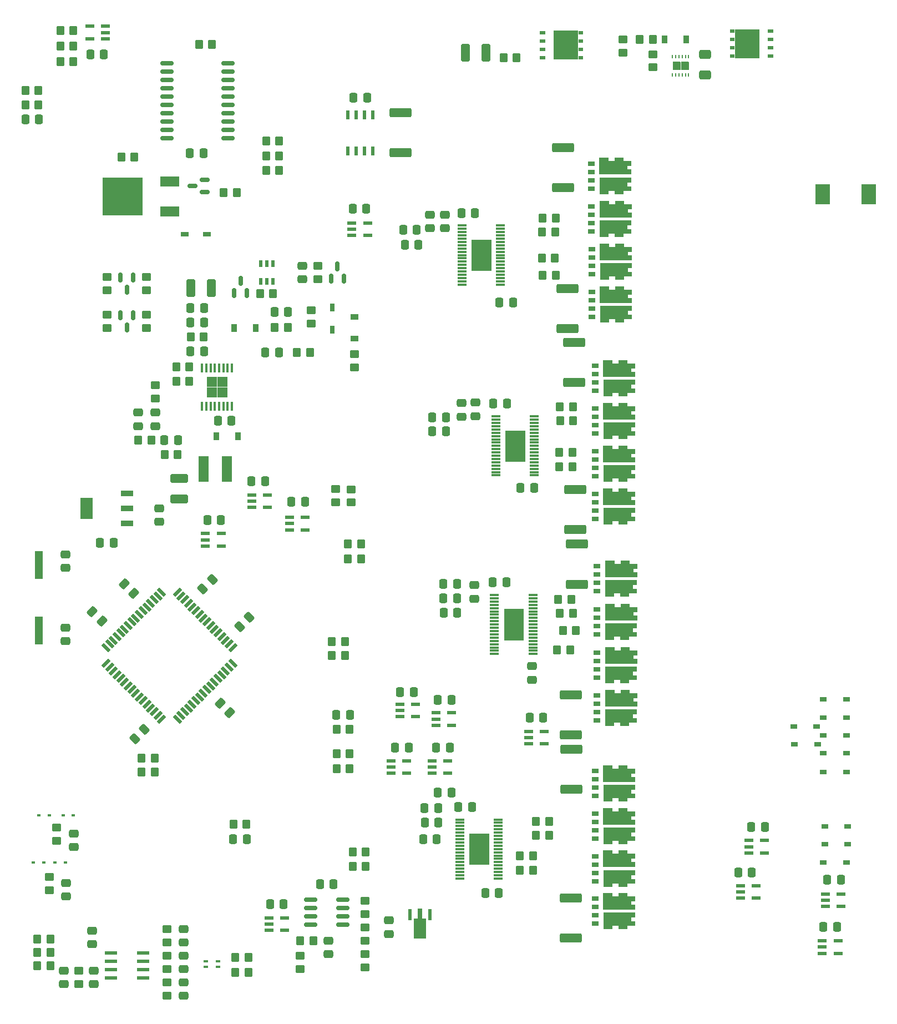
<source format=gbr>
%TF.GenerationSoftware,KiCad,Pcbnew,6.0.6+dfsg-1~bpo11+1*%
%TF.CreationDate,2022-11-12T15:23:50-08:00*%
%TF.ProjectId,BuildboticsController,4275696c-6462-46f7-9469-6373436f6e74,rev?*%
%TF.SameCoordinates,Original*%
%TF.FileFunction,Paste,Top*%
%TF.FilePolarity,Positive*%
%FSLAX46Y46*%
G04 Gerber Fmt 4.6, Leading zero omitted, Abs format (unit mm)*
G04 Created by KiCad (PCBNEW 6.0.6+dfsg-1~bpo11+1) date 2022-11-12 15:23:50*
%MOMM*%
%LPD*%
G01*
G04 APERTURE LIST*
G04 Aperture macros list*
%AMRoundRect*
0 Rectangle with rounded corners*
0 $1 Rounding radius*
0 $2 $3 $4 $5 $6 $7 $8 $9 X,Y pos of 4 corners*
0 Add a 4 corners polygon primitive as box body*
4,1,4,$2,$3,$4,$5,$6,$7,$8,$9,$2,$3,0*
0 Add four circle primitives for the rounded corners*
1,1,$1+$1,$2,$3*
1,1,$1+$1,$4,$5*
1,1,$1+$1,$6,$7*
1,1,$1+$1,$8,$9*
0 Add four rect primitives between the rounded corners*
20,1,$1+$1,$2,$3,$4,$5,0*
20,1,$1+$1,$4,$5,$6,$7,0*
20,1,$1+$1,$6,$7,$8,$9,0*
20,1,$1+$1,$8,$9,$2,$3,0*%
%AMRotRect*
0 Rectangle, with rotation*
0 The origin of the aperture is its center*
0 $1 length*
0 $2 width*
0 $3 Rotation angle, in degrees counterclockwise*
0 Add horizontal line*
21,1,$1,$2,0,0,$3*%
%AMFreePoly0*
4,1,15,-0.537500,2.140000,0.042499,2.140000,0.042499,2.700000,0.792500,2.700000,0.792500,1.560000,1.287500,1.560000,1.287500,0.160000,0.792500,0.160000,0.792500,-0.740000,1.287500,-0.740000,1.287500,-2.140000,-1.287500,-2.140000,-1.287500,2.700000,-0.537500,2.700000,-0.537500,2.140000,-0.537500,2.140000,$1*%
%AMFreePoly1*
4,1,15,-0.289999,1.860000,0.290000,1.860000,0.290000,2.420000,1.040000,2.420000,1.040000,-2.420000,-1.535000,-2.420000,-1.535000,-1.020000,-1.040000,-1.020000,-1.040000,-0.120000,-1.535000,-0.120000,-1.535000,1.280000,-1.040000,1.280000,-1.040000,2.420000,-0.289999,2.420000,-0.289999,1.860000,-0.289999,1.860000,$1*%
G04 Aperture macros list end*
%ADD10C,0.100000*%
%ADD11R,0.850000X0.500000*%
%ADD12R,0.800000X0.600000*%
%ADD13R,3.750000X4.410000*%
%ADD14RoundRect,0.250000X0.337500X0.475000X-0.337500X0.475000X-0.337500X-0.475000X0.337500X-0.475000X0*%
%ADD15R,1.473200X0.558800*%
%ADD16R,1.117600X0.762000*%
%ADD17RoundRect,0.250000X-0.350000X-0.450000X0.350000X-0.450000X0.350000X0.450000X-0.350000X0.450000X0*%
%ADD18RoundRect,0.249999X-1.425001X0.450001X-1.425001X-0.450001X1.425001X-0.450001X1.425001X0.450001X0*%
%ADD19R,0.580000X1.730000*%
%ADD20R,0.760000X1.500000*%
%ADD21R,1.933000X3.030000*%
%ADD22RoundRect,0.250000X0.450000X-0.350000X0.450000X0.350000X-0.450000X0.350000X-0.450000X-0.350000X0*%
%ADD23RoundRect,0.250000X-0.450000X0.350000X-0.450000X-0.350000X0.450000X-0.350000X0.450000X0.350000X0*%
%ADD24RoundRect,0.250000X0.475000X-0.337500X0.475000X0.337500X-0.475000X0.337500X-0.475000X-0.337500X0*%
%ADD25R,0.558800X1.003300*%
%ADD26RoundRect,0.250000X-0.475000X0.337500X-0.475000X-0.337500X0.475000X-0.337500X0.475000X0.337500X0*%
%ADD27RoundRect,0.249999X1.425001X-0.450001X1.425001X0.450001X-1.425001X0.450001X-1.425001X-0.450001X0*%
%ADD28R,1.000000X0.750000*%
%ADD29FreePoly0,270.000000*%
%ADD30FreePoly1,270.000000*%
%ADD31RoundRect,0.250000X-0.337500X-0.475000X0.337500X-0.475000X0.337500X0.475000X-0.337500X0.475000X0*%
%ADD32R,1.400000X0.299999*%
%ADD33R,0.249999X0.619999*%
%ADD34R,0.508000X0.355600*%
%ADD35RoundRect,0.250000X-0.097227X0.574524X-0.574524X0.097227X0.097227X-0.574524X0.574524X-0.097227X0*%
%ADD36R,1.200000X0.900000*%
%ADD37RoundRect,0.250000X0.412500X1.100000X-0.412500X1.100000X-0.412500X-1.100000X0.412500X-1.100000X0*%
%ADD38RoundRect,0.150000X-0.150000X0.587500X-0.150000X-0.587500X0.150000X-0.587500X0.150000X0.587500X0*%
%ADD39R,1.981200X0.558800*%
%ADD40R,0.355600X1.473200*%
%ADD41RoundRect,0.250000X0.350000X0.450000X-0.350000X0.450000X-0.350000X-0.450000X0.350000X-0.450000X0*%
%ADD42RoundRect,0.250000X-1.100000X0.412500X-1.100000X-0.412500X1.100000X-0.412500X1.100000X0.412500X0*%
%ADD43RoundRect,0.150000X0.150000X-0.587500X0.150000X0.587500X-0.150000X0.587500X-0.150000X-0.587500X0*%
%ADD44R,0.533400X1.460500*%
%ADD45RoundRect,0.150000X0.587500X0.150000X-0.587500X0.150000X-0.587500X-0.150000X0.587500X-0.150000X0*%
%ADD46R,1.200000X0.750000*%
%ADD47R,1.850000X0.900000*%
%ADD48R,1.850000X3.200000*%
%ADD49RoundRect,0.250000X0.097227X-0.574524X0.574524X-0.097227X-0.097227X0.574524X-0.574524X0.097227X0*%
%ADD50R,0.750000X0.400000*%
%ADD51R,1.219200X4.318000*%
%ADD52RoundRect,0.250000X-0.574524X-0.097227X-0.097227X-0.574524X0.574524X0.097227X0.097227X0.574524X0*%
%ADD53R,2.999999X1.599999*%
%ADD54R,6.200000X5.800001*%
%ADD55R,2.200000X3.150000*%
%ADD56RoundRect,0.150000X0.875000X0.150000X-0.875000X0.150000X-0.875000X-0.150000X0.875000X-0.150000X0*%
%ADD57RoundRect,0.150000X0.825000X0.150000X-0.825000X0.150000X-0.825000X-0.150000X0.825000X-0.150000X0*%
%ADD58R,0.900000X1.200000*%
%ADD59R,0.750000X1.200000*%
%ADD60RoundRect,0.250000X0.574524X0.097227X0.097227X0.574524X-0.574524X-0.097227X-0.097227X-0.574524X0*%
%ADD61RotRect,1.500000X0.550000X45.000000*%
%ADD62RotRect,1.500000X0.550000X135.000000*%
%ADD63RoundRect,0.250000X-0.650000X0.412500X-0.650000X-0.412500X0.650000X-0.412500X0.650000X0.412500X0*%
%ADD64R,1.500000X4.000000*%
G04 APERTURE END LIST*
%TO.C,U9*%
G36*
X98714986Y-112150835D02*
G01*
X98723147Y-112153312D01*
X98730668Y-112157330D01*
X98737259Y-112162740D01*
X98742669Y-112169332D01*
X98746687Y-112176852D01*
X98749164Y-112185014D01*
X98750000Y-112193500D01*
X98750000Y-116806500D01*
X98749164Y-116814986D01*
X98746687Y-116823148D01*
X98742669Y-116830668D01*
X98737259Y-116837260D01*
X98730668Y-116842670D01*
X98723147Y-116846688D01*
X98714986Y-116849165D01*
X98706500Y-116850000D01*
X95893500Y-116850000D01*
X95885014Y-116849165D01*
X95876853Y-116846688D01*
X95869332Y-116842670D01*
X95862741Y-116837260D01*
X95857331Y-116830668D01*
X95853313Y-116823148D01*
X95850836Y-116814986D01*
X95850000Y-116806500D01*
X95850000Y-112193500D01*
X95850836Y-112185014D01*
X95853313Y-112176852D01*
X95857331Y-112169332D01*
X95862741Y-112162740D01*
X95869332Y-112157330D01*
X95876853Y-112153312D01*
X95885014Y-112150835D01*
X95893500Y-112150000D01*
X98706500Y-112150000D01*
X98714986Y-112150835D01*
G37*
D10*
X98714986Y-112150835D02*
X98723147Y-112153312D01*
X98730668Y-112157330D01*
X98737259Y-112162740D01*
X98742669Y-112169332D01*
X98746687Y-112176852D01*
X98749164Y-112185014D01*
X98750000Y-112193500D01*
X98750000Y-116806500D01*
X98749164Y-116814986D01*
X98746687Y-116823148D01*
X98742669Y-116830668D01*
X98737259Y-116837260D01*
X98730668Y-116842670D01*
X98723147Y-116846688D01*
X98714986Y-116849165D01*
X98706500Y-116850000D01*
X95893500Y-116850000D01*
X95885014Y-116849165D01*
X95876853Y-116846688D01*
X95869332Y-116842670D01*
X95862741Y-116837260D01*
X95857331Y-116830668D01*
X95853313Y-116823148D01*
X95850836Y-116814986D01*
X95850000Y-116806500D01*
X95850000Y-112193500D01*
X95850836Y-112185014D01*
X95853313Y-112176852D01*
X95857331Y-112169332D01*
X95862741Y-112162740D01*
X95869332Y-112157330D01*
X95876853Y-112153312D01*
X95885014Y-112150835D01*
X95893500Y-112150000D01*
X98706500Y-112150000D01*
X98714986Y-112150835D01*
%TO.C,U8*%
G36*
X123950000Y-28695000D02*
G01*
X123950000Y-29805000D01*
X123900000Y-29855000D01*
X122900000Y-29855000D01*
X122850000Y-29805000D01*
X122850000Y-28695000D01*
X122900000Y-28645000D01*
X123900000Y-28645000D01*
X123950000Y-28695000D01*
G37*
X123950000Y-28695000D02*
X123950000Y-29805000D01*
X123900000Y-29855000D01*
X122900000Y-29855000D01*
X122850000Y-29805000D01*
X122850000Y-28695000D01*
X122900000Y-28645000D01*
X123900000Y-28645000D01*
X123950000Y-28695000D01*
G36*
X122650000Y-28695000D02*
G01*
X122650000Y-29805000D01*
X122600000Y-29855000D01*
X121600000Y-29855000D01*
X121550000Y-29805000D01*
X121550000Y-28695000D01*
X121600000Y-28645000D01*
X122600000Y-28645000D01*
X122650000Y-28695000D01*
G37*
X122650000Y-28695000D02*
X122650000Y-29805000D01*
X122600000Y-29855000D01*
X121600000Y-29855000D01*
X121550000Y-29805000D01*
X121550000Y-28695000D01*
X121600000Y-28645000D01*
X122600000Y-28645000D01*
X122650000Y-28695000D01*
%TO.C,U6*%
G36*
X53500200Y-78150000D02*
G01*
X52100000Y-78150000D01*
X52100000Y-76749800D01*
X53500200Y-76749800D01*
X53500200Y-78150000D01*
G37*
X53500200Y-78150000D02*
X52100000Y-78150000D01*
X52100000Y-76749800D01*
X53500200Y-76749800D01*
X53500200Y-78150000D01*
G36*
X53500200Y-79750200D02*
G01*
X52100000Y-79750200D01*
X52100000Y-78350000D01*
X53500200Y-78350000D01*
X53500200Y-79750200D01*
G37*
X53500200Y-79750200D02*
X52100000Y-79750200D01*
X52100000Y-78350000D01*
X53500200Y-78350000D01*
X53500200Y-79750200D01*
G36*
X51900000Y-78150000D02*
G01*
X50499800Y-78150000D01*
X50499800Y-76749800D01*
X51900000Y-76749800D01*
X51900000Y-78150000D01*
G37*
X51900000Y-78150000D02*
X50499800Y-78150000D01*
X50499800Y-76749800D01*
X51900000Y-76749800D01*
X51900000Y-78150000D01*
G36*
X51900000Y-79750200D02*
G01*
X50499800Y-79750200D01*
X50499800Y-78350000D01*
X51900000Y-78350000D01*
X51900000Y-79750200D01*
G37*
X51900000Y-79750200D02*
X50499800Y-79750200D01*
X50499800Y-78350000D01*
X51900000Y-78350000D01*
X51900000Y-79750200D01*
%TO.C,U1*%
G36*
X93414986Y-146400835D02*
G01*
X93423147Y-146403312D01*
X93430668Y-146407330D01*
X93437259Y-146412740D01*
X93442669Y-146419332D01*
X93446687Y-146426852D01*
X93449164Y-146435014D01*
X93450000Y-146443500D01*
X93450000Y-151056500D01*
X93449164Y-151064986D01*
X93446687Y-151073148D01*
X93442669Y-151080668D01*
X93437259Y-151087260D01*
X93430668Y-151092670D01*
X93423147Y-151096688D01*
X93414986Y-151099165D01*
X93406500Y-151100000D01*
X90593500Y-151100000D01*
X90585014Y-151099165D01*
X90576853Y-151096688D01*
X90569332Y-151092670D01*
X90562741Y-151087260D01*
X90557331Y-151080668D01*
X90553313Y-151073148D01*
X90550836Y-151064986D01*
X90550000Y-151056500D01*
X90550000Y-146443500D01*
X90550836Y-146435014D01*
X90553313Y-146426852D01*
X90557331Y-146419332D01*
X90562741Y-146412740D01*
X90569332Y-146407330D01*
X90576853Y-146403312D01*
X90585014Y-146400835D01*
X90593500Y-146400000D01*
X93406500Y-146400000D01*
X93414986Y-146400835D01*
G37*
X93414986Y-146400835D02*
X93423147Y-146403312D01*
X93430668Y-146407330D01*
X93437259Y-146412740D01*
X93442669Y-146419332D01*
X93446687Y-146426852D01*
X93449164Y-146435014D01*
X93450000Y-146443500D01*
X93450000Y-151056500D01*
X93449164Y-151064986D01*
X93446687Y-151073148D01*
X93442669Y-151080668D01*
X93437259Y-151087260D01*
X93430668Y-151092670D01*
X93423147Y-151096688D01*
X93414986Y-151099165D01*
X93406500Y-151100000D01*
X90593500Y-151100000D01*
X90585014Y-151099165D01*
X90576853Y-151096688D01*
X90569332Y-151092670D01*
X90562741Y-151087260D01*
X90557331Y-151080668D01*
X90553313Y-151073148D01*
X90550836Y-151064986D01*
X90550000Y-151056500D01*
X90550000Y-146443500D01*
X90550836Y-146435014D01*
X90553313Y-146426852D01*
X90557331Y-146419332D01*
X90562741Y-146412740D01*
X90569332Y-146407330D01*
X90576853Y-146403312D01*
X90585014Y-146400835D01*
X90593500Y-146400000D01*
X93406500Y-146400000D01*
X93414986Y-146400835D01*
%TO.C,U12*%
G36*
X93744986Y-55790835D02*
G01*
X93753147Y-55793312D01*
X93760668Y-55797330D01*
X93767259Y-55802740D01*
X93772669Y-55809332D01*
X93776687Y-55816852D01*
X93779164Y-55825014D01*
X93780000Y-55833500D01*
X93780000Y-60446500D01*
X93779164Y-60454986D01*
X93776687Y-60463148D01*
X93772669Y-60470668D01*
X93767259Y-60477260D01*
X93760668Y-60482670D01*
X93753147Y-60486688D01*
X93744986Y-60489165D01*
X93736500Y-60490000D01*
X90923500Y-60490000D01*
X90915014Y-60489165D01*
X90906853Y-60486688D01*
X90899332Y-60482670D01*
X90892741Y-60477260D01*
X90887331Y-60470668D01*
X90883313Y-60463148D01*
X90880836Y-60454986D01*
X90880000Y-60446500D01*
X90880000Y-55833500D01*
X90880836Y-55825014D01*
X90883313Y-55816852D01*
X90887331Y-55809332D01*
X90892741Y-55802740D01*
X90899332Y-55797330D01*
X90906853Y-55793312D01*
X90915014Y-55790835D01*
X90923500Y-55790000D01*
X93736500Y-55790000D01*
X93744986Y-55790835D01*
G37*
X93744986Y-55790835D02*
X93753147Y-55793312D01*
X93760668Y-55797330D01*
X93767259Y-55802740D01*
X93772669Y-55809332D01*
X93776687Y-55816852D01*
X93779164Y-55825014D01*
X93780000Y-55833500D01*
X93780000Y-60446500D01*
X93779164Y-60454986D01*
X93776687Y-60463148D01*
X93772669Y-60470668D01*
X93767259Y-60477260D01*
X93760668Y-60482670D01*
X93753147Y-60486688D01*
X93744986Y-60489165D01*
X93736500Y-60490000D01*
X90923500Y-60490000D01*
X90915014Y-60489165D01*
X90906853Y-60486688D01*
X90899332Y-60482670D01*
X90892741Y-60477260D01*
X90887331Y-60470668D01*
X90883313Y-60463148D01*
X90880836Y-60454986D01*
X90880000Y-60446500D01*
X90880000Y-55833500D01*
X90880836Y-55825014D01*
X90883313Y-55816852D01*
X90887331Y-55809332D01*
X90892741Y-55802740D01*
X90899332Y-55797330D01*
X90906853Y-55793312D01*
X90915014Y-55790835D01*
X90923500Y-55790000D01*
X93736500Y-55790000D01*
X93744986Y-55790835D01*
%TO.C,U11*%
G36*
X98914986Y-84900835D02*
G01*
X98923147Y-84903312D01*
X98930668Y-84907330D01*
X98937259Y-84912740D01*
X98942669Y-84919332D01*
X98946687Y-84926852D01*
X98949164Y-84935014D01*
X98950000Y-84943500D01*
X98950000Y-89556500D01*
X98949164Y-89564986D01*
X98946687Y-89573148D01*
X98942669Y-89580668D01*
X98937259Y-89587260D01*
X98930668Y-89592670D01*
X98923147Y-89596688D01*
X98914986Y-89599165D01*
X98906500Y-89600000D01*
X96093500Y-89600000D01*
X96085014Y-89599165D01*
X96076853Y-89596688D01*
X96069332Y-89592670D01*
X96062741Y-89587260D01*
X96057331Y-89580668D01*
X96053313Y-89573148D01*
X96050836Y-89564986D01*
X96050000Y-89556500D01*
X96050000Y-84943500D01*
X96050836Y-84935014D01*
X96053313Y-84926852D01*
X96057331Y-84919332D01*
X96062741Y-84912740D01*
X96069332Y-84907330D01*
X96076853Y-84903312D01*
X96085014Y-84900835D01*
X96093500Y-84900000D01*
X98906500Y-84900000D01*
X98914986Y-84900835D01*
G37*
X98914986Y-84900835D02*
X98923147Y-84903312D01*
X98930668Y-84907330D01*
X98937259Y-84912740D01*
X98942669Y-84919332D01*
X98946687Y-84926852D01*
X98949164Y-84935014D01*
X98950000Y-84943500D01*
X98950000Y-89556500D01*
X98949164Y-89564986D01*
X98946687Y-89573148D01*
X98942669Y-89580668D01*
X98937259Y-89587260D01*
X98930668Y-89592670D01*
X98923147Y-89596688D01*
X98914986Y-89599165D01*
X98906500Y-89600000D01*
X96093500Y-89600000D01*
X96085014Y-89599165D01*
X96076853Y-89596688D01*
X96069332Y-89592670D01*
X96062741Y-89587260D01*
X96057331Y-89580668D01*
X96053313Y-89573148D01*
X96050836Y-89564986D01*
X96050000Y-89556500D01*
X96050000Y-84943500D01*
X96050836Y-84935014D01*
X96053313Y-84926852D01*
X96057331Y-84919332D01*
X96062741Y-84912740D01*
X96069332Y-84907330D01*
X96076853Y-84903312D01*
X96085014Y-84900835D01*
X96093500Y-84900000D01*
X98906500Y-84900000D01*
X98914986Y-84900835D01*
%TD*%
D11*
%TO.C,Q6*%
X136500000Y-27810000D03*
X136500000Y-26540000D03*
X136500000Y-25270000D03*
X136500000Y-24000000D03*
D12*
X130675000Y-24000000D03*
X130675000Y-25270000D03*
X130675000Y-26540000D03*
X130675000Y-27810000D03*
D13*
X132950000Y-25905000D03*
%TD*%
D14*
%TO.C,C21*%
X50037500Y-68400000D03*
X47962500Y-68400000D03*
%TD*%
%TO.C,C14*%
X24837500Y-37400000D03*
X22762500Y-37400000D03*
%TD*%
D15*
%TO.C,U17*%
X84806200Y-135299999D03*
X84806200Y-136250000D03*
X84806200Y-137200001D03*
X87193800Y-137200001D03*
X87193800Y-135299999D03*
%TD*%
D16*
%TO.C,D11*%
X143552600Y-130038050D03*
X140047400Y-130038050D03*
%TD*%
D17*
%TO.C,R8*%
X72700000Y-149200000D03*
X74700000Y-149200000D03*
%TD*%
D15*
%TO.C,U26*%
X57306200Y-94749999D03*
X57306200Y-95700000D03*
X57306200Y-96650001D03*
X59693800Y-96650001D03*
X59693800Y-94749999D03*
%TD*%
D16*
%TO.C,D18*%
X148052600Y-128700000D03*
X144547400Y-128700000D03*
%TD*%
D18*
%TO.C,R46*%
X106950000Y-102250000D03*
X106950000Y-108350000D03*
%TD*%
D17*
%TO.C,R43*%
X69550000Y-119200000D03*
X71550000Y-119200000D03*
%TD*%
D19*
%TO.C,U27*%
X84492000Y-158727000D03*
D20*
X82992000Y-158612000D03*
D19*
X81492000Y-158727000D03*
D21*
X82992000Y-160877000D03*
%TD*%
D22*
%TO.C,R75*%
X44384000Y-167050000D03*
X44384000Y-165050000D03*
%TD*%
D17*
%TO.C,R64*%
X101690000Y-52520000D03*
X103690000Y-52520000D03*
%TD*%
D23*
%TO.C,R83*%
X74610000Y-164796000D03*
X74610000Y-166796000D03*
%TD*%
D15*
%TO.C,U15*%
X133206200Y-147449999D03*
X133206200Y-148400000D03*
X133206200Y-149350001D03*
X135593800Y-149350001D03*
X135593800Y-147449999D03*
%TD*%
D14*
%TO.C,C59*%
X91395500Y-51750000D03*
X89320500Y-51750000D03*
%TD*%
D24*
%TO.C,C37*%
X28890000Y-117049500D03*
X28890000Y-114974500D03*
%TD*%
D25*
%TO.C,Q10*%
X58649999Y-62152550D03*
X59600000Y-62152550D03*
X60550001Y-62152550D03*
X60550001Y-59447450D03*
X59600000Y-59447450D03*
X58649999Y-59447450D03*
%TD*%
D26*
%TO.C,C82*%
X32954000Y-161202500D03*
X32954000Y-163277500D03*
%TD*%
D22*
%TO.C,R29*%
X67400000Y-61800000D03*
X67400000Y-59800000D03*
%TD*%
D23*
%TO.C,R87*%
X35250000Y-61500000D03*
X35250000Y-63500000D03*
%TD*%
D27*
%TO.C,R5*%
X106000000Y-162300000D03*
X106000000Y-156200000D03*
%TD*%
D15*
%TO.C,U20*%
X99578200Y-130809999D03*
X99578200Y-131760000D03*
X99578200Y-132710001D03*
X101965800Y-132710001D03*
X101965800Y-130809999D03*
%TD*%
D28*
%TO.C,Q2*%
X109705000Y-143345000D03*
X109705000Y-144615000D03*
X109705000Y-145885000D03*
X109705000Y-147155000D03*
D29*
X113095000Y-146737500D03*
D30*
X113375000Y-144010000D03*
%TD*%
D31*
%TO.C,C88*%
X145162500Y-153400000D03*
X147237500Y-153400000D03*
%TD*%
D17*
%TO.C,R33*%
X45800000Y-77400000D03*
X47800000Y-77400000D03*
%TD*%
D28*
%TO.C,Q15*%
X109707500Y-88065000D03*
X109707500Y-89335000D03*
X109707500Y-90605000D03*
X109707500Y-91875000D03*
D29*
X113097500Y-91457500D03*
D30*
X113377500Y-88730000D03*
%TD*%
D31*
%TO.C,C61*%
X80430500Y-54290000D03*
X82505500Y-54290000D03*
%TD*%
%TO.C,C96*%
X67730500Y-154112000D03*
X69805500Y-154112000D03*
%TD*%
D32*
%TO.C,U9*%
X94350001Y-109999999D03*
X94350001Y-110499998D03*
X94350001Y-110999999D03*
X94350001Y-111499998D03*
X94350001Y-112000000D03*
X94350001Y-112499999D03*
X94350001Y-112999998D03*
X94350001Y-113499999D03*
X94350001Y-113999998D03*
X94350001Y-114500000D03*
X94350001Y-114999999D03*
X94350001Y-115499998D03*
X94350001Y-116000000D03*
X94350001Y-116499999D03*
X94350001Y-117000000D03*
X94350001Y-117499999D03*
X94350001Y-117999998D03*
X94350001Y-118500000D03*
X94350001Y-118999999D03*
X100250002Y-118999999D03*
X100250002Y-118500000D03*
X100250002Y-117999998D03*
X100250002Y-117499999D03*
X100250002Y-117000000D03*
X100250002Y-116499999D03*
X100250002Y-116000000D03*
X100250002Y-115499998D03*
X100250002Y-114999999D03*
X100250002Y-114500000D03*
X100250002Y-113999998D03*
X100250002Y-113499999D03*
X100250002Y-112999998D03*
X100250002Y-112499999D03*
X100250002Y-112000000D03*
X100250002Y-111499998D03*
X100250002Y-110999999D03*
X100250002Y-110499998D03*
X100250002Y-109999999D03*
%TD*%
D28*
%TO.C,Q22*%
X109180000Y-50705000D03*
X109180000Y-51975000D03*
X109180000Y-53245000D03*
X109180000Y-54515000D03*
D29*
X112570000Y-54097500D03*
D30*
X112850000Y-51370000D03*
%TD*%
D18*
%TO.C,R54*%
X106500000Y-71510000D03*
X106500000Y-77610000D03*
%TD*%
D33*
%TO.C,U8*%
X124000000Y-27860000D03*
X123500001Y-27860000D03*
X123000000Y-27860000D03*
X122500000Y-27860000D03*
X121999999Y-27860000D03*
X121500000Y-27860000D03*
X121500000Y-30640000D03*
X121999999Y-30640000D03*
X122500000Y-30640000D03*
X123000000Y-30640000D03*
X123500001Y-30640000D03*
X124000000Y-30640000D03*
%TD*%
D26*
%TO.C,C28*%
X43200000Y-96762500D03*
X43200000Y-98837500D03*
%TD*%
D34*
%TO.C,D9*%
X24799900Y-143600000D03*
X26400100Y-143600000D03*
%TD*%
D35*
%TO.C,C33*%
X56933623Y-113366377D03*
X55466377Y-114833623D03*
%TD*%
D31*
%TO.C,C6*%
X83662500Y-142500000D03*
X85737500Y-142500000D03*
%TD*%
D36*
%TO.C,D3*%
X73000000Y-70900000D03*
X73000000Y-67600000D03*
%TD*%
D26*
%TO.C,C43*%
X100100000Y-120862500D03*
X100100000Y-122937500D03*
%TD*%
D24*
%TO.C,C24*%
X42600000Y-84237500D03*
X42600000Y-82162500D03*
%TD*%
D31*
%TO.C,C64*%
X95112500Y-65340000D03*
X97187500Y-65340000D03*
%TD*%
D14*
%TO.C,C97*%
X49937500Y-42600000D03*
X47862500Y-42600000D03*
%TD*%
D37*
%TO.C,C19*%
X51162500Y-63200000D03*
X48037500Y-63200000D03*
%TD*%
D31*
%TO.C,C9*%
X83712500Y-144750000D03*
X85787500Y-144750000D03*
%TD*%
D14*
%TO.C,C23*%
X54237500Y-83400000D03*
X52162500Y-83400000D03*
%TD*%
D31*
%TO.C,C69*%
X70212500Y-128250000D03*
X72287500Y-128250000D03*
%TD*%
D38*
%TO.C,Q23*%
X39200000Y-67312500D03*
X37300000Y-67312500D03*
X38250000Y-69187500D03*
%TD*%
D39*
%TO.C,U16*%
X35805150Y-164589500D03*
X35805150Y-165859500D03*
X35805150Y-167129500D03*
X35805150Y-168399500D03*
X40732750Y-168399500D03*
X40732750Y-167129500D03*
X40732750Y-165859500D03*
X40732750Y-164589500D03*
%TD*%
D14*
%TO.C,C54*%
X100417500Y-93690000D03*
X98342500Y-93690000D03*
%TD*%
D23*
%TO.C,R85*%
X41250000Y-61500000D03*
X41250000Y-63500000D03*
%TD*%
D26*
%TO.C,C83*%
X33208000Y-167298500D03*
X33208000Y-169373500D03*
%TD*%
D31*
%TO.C,C90*%
X133562500Y-145400000D03*
X135637500Y-145400000D03*
%TD*%
%TO.C,C10*%
X83462500Y-147250000D03*
X85537500Y-147250000D03*
%TD*%
%TO.C,C29*%
X34162500Y-102000000D03*
X36237500Y-102000000D03*
%TD*%
D40*
%TO.C,U6*%
X54274999Y-75329000D03*
X53625001Y-75329000D03*
X52974999Y-75329000D03*
X52325001Y-75329000D03*
X51675002Y-75329000D03*
X51025001Y-75329000D03*
X50375002Y-75329000D03*
X49725001Y-75329000D03*
X49725001Y-81171000D03*
X50374999Y-81171000D03*
X51025001Y-81171000D03*
X51674999Y-81171000D03*
X52324998Y-81171000D03*
X52974999Y-81171000D03*
X53624998Y-81171000D03*
X54274999Y-81171000D03*
%TD*%
D16*
%TO.C,D17*%
X148052600Y-150800000D03*
X144547400Y-150800000D03*
%TD*%
D37*
%TO.C,C12*%
X93062500Y-27250000D03*
X89937500Y-27250000D03*
%TD*%
D31*
%TO.C,C72*%
X85462500Y-133250000D03*
X87537500Y-133250000D03*
%TD*%
D34*
%TO.C,D7*%
X23999900Y-150800000D03*
X25600100Y-150800000D03*
%TD*%
D41*
%TO.C,R22*%
X24750000Y-35250000D03*
X22750000Y-35250000D03*
%TD*%
D31*
%TO.C,C62*%
X80684500Y-56576000D03*
X82759500Y-56576000D03*
%TD*%
D15*
%TO.C,U18*%
X85436000Y-127984999D03*
X85436000Y-128935000D03*
X85436000Y-129885001D03*
X87823600Y-129885001D03*
X87823600Y-127984999D03*
%TD*%
D42*
%TO.C,C27*%
X46200000Y-92237500D03*
X46200000Y-95362500D03*
%TD*%
D43*
%TO.C,D5*%
X69450000Y-61737500D03*
X71350000Y-61737500D03*
X70400000Y-59862500D03*
%TD*%
D17*
%TO.C,R58*%
X40500000Y-137000000D03*
X42500000Y-137000000D03*
%TD*%
D16*
%TO.C,D16*%
X148052600Y-125900000D03*
X144547400Y-125900000D03*
%TD*%
D14*
%TO.C,C38*%
X96187500Y-108080000D03*
X94112500Y-108080000D03*
%TD*%
D17*
%TO.C,R71*%
X24588000Y-162494000D03*
X26588000Y-162494000D03*
%TD*%
D31*
%TO.C,C87*%
X144562500Y-160600000D03*
X146637500Y-160600000D03*
%TD*%
D44*
%TO.C,U4*%
X71938475Y-42250000D03*
X73208475Y-42250000D03*
X74478475Y-42250000D03*
X75748475Y-42250000D03*
X75748475Y-36801700D03*
X74478475Y-36801700D03*
X73208475Y-36801700D03*
X71938475Y-36801700D03*
%TD*%
D34*
%TO.C,D10*%
X28499900Y-143600000D03*
X30100100Y-143600000D03*
%TD*%
D17*
%TO.C,R69*%
X70250000Y-134250000D03*
X72250000Y-134250000D03*
%TD*%
D31*
%TO.C,C73*%
X85712500Y-126000000D03*
X87787500Y-126000000D03*
%TD*%
D26*
%TO.C,C86*%
X46900000Y-169062500D03*
X46900000Y-171137500D03*
%TD*%
D28*
%TO.C,Q13*%
X110010000Y-125307500D03*
X110010000Y-126577500D03*
X110010000Y-127847500D03*
X110010000Y-129117500D03*
D29*
X113400000Y-128700000D03*
D30*
X113680000Y-125972500D03*
%TD*%
D31*
%TO.C,C78*%
X63359000Y-95782099D03*
X65434000Y-95782099D03*
%TD*%
%TO.C,C51*%
X84882500Y-82910000D03*
X86957500Y-82910000D03*
%TD*%
D27*
%TO.C,R44*%
X106000000Y-131350000D03*
X106000000Y-125250000D03*
%TD*%
D16*
%TO.C,D12*%
X143652600Y-132800000D03*
X140147400Y-132800000D03*
%TD*%
D38*
%TO.C,Q24*%
X39200000Y-61562500D03*
X37300000Y-61562500D03*
X38250000Y-63437500D03*
%TD*%
D18*
%TO.C,R3*%
X106100000Y-133550000D03*
X106100000Y-139650000D03*
%TD*%
D26*
%TO.C,C63*%
X84516000Y-51982500D03*
X84516000Y-54057500D03*
%TD*%
D41*
%TO.C,R21*%
X24750000Y-33000000D03*
X22750000Y-33000000D03*
%TD*%
D45*
%TO.C,Q7*%
X50137500Y-48550000D03*
X50137500Y-46650000D03*
X48262500Y-47600000D03*
%TD*%
D26*
%TO.C,C84*%
X46924000Y-160948500D03*
X46924000Y-163023500D03*
%TD*%
D31*
%TO.C,C79*%
X72725000Y-51100000D03*
X74800000Y-51100000D03*
%TD*%
%TO.C,C26*%
X43962500Y-86400000D03*
X46037500Y-86400000D03*
%TD*%
%TO.C,C41*%
X86582500Y-112680000D03*
X88657500Y-112680000D03*
%TD*%
D35*
%TO.C,C32*%
X51283623Y-107616377D03*
X49816377Y-109083623D03*
%TD*%
D15*
%TO.C,U5*%
X34993800Y-25150001D03*
X34993800Y-24200000D03*
X34993800Y-23249999D03*
X32606200Y-23249999D03*
X32606200Y-25150001D03*
%TD*%
D14*
%TO.C,C20*%
X50037500Y-66200000D03*
X47962500Y-66200000D03*
%TD*%
D43*
%TO.C,Q9*%
X54650000Y-63937500D03*
X56550000Y-63937500D03*
X55600000Y-62062500D03*
%TD*%
D31*
%TO.C,C74*%
X50531250Y-98562500D03*
X52606250Y-98562500D03*
%TD*%
D41*
%TO.C,R30*%
X60580000Y-64040000D03*
X58580000Y-64040000D03*
%TD*%
D31*
%TO.C,C89*%
X131562500Y-152300000D03*
X133637500Y-152300000D03*
%TD*%
D17*
%TO.C,R42*%
X69550000Y-117100000D03*
X71550000Y-117100000D03*
%TD*%
D11*
%TO.C,Q5*%
X101682000Y-24191000D03*
X101682000Y-25461000D03*
X101682000Y-26731000D03*
X101682000Y-28001000D03*
D12*
X107507000Y-28001000D03*
X107507000Y-26731000D03*
X107507000Y-25461000D03*
X107507000Y-24191000D03*
D13*
X105232000Y-26096000D03*
%TD*%
D46*
%TO.C,Z1*%
X47100000Y-55000000D03*
X50500000Y-55000000D03*
%TD*%
D23*
%TO.C,R84*%
X41250000Y-67250000D03*
X41250000Y-69250000D03*
%TD*%
D47*
%TO.C,U7*%
X38300000Y-99100000D03*
X38300000Y-96800000D03*
X38300000Y-94500000D03*
D48*
X32100000Y-96800000D03*
%TD*%
D49*
%TO.C,C35*%
X39466377Y-131933623D03*
X40933623Y-130466377D03*
%TD*%
D50*
%TO.C,L2*%
X50317000Y-165879000D03*
X52167000Y-165879000D03*
X52167000Y-166729000D03*
X50317000Y-166729000D03*
%TD*%
D17*
%TO.C,R7*%
X72700000Y-151400000D03*
X74700000Y-151400000D03*
%TD*%
%TO.C,R18*%
X28100000Y-26300000D03*
X30100000Y-26300000D03*
%TD*%
D22*
%TO.C,R79*%
X64704000Y-167050000D03*
X64704000Y-165050000D03*
%TD*%
D17*
%TO.C,R4*%
X98250000Y-149750000D03*
X100250000Y-149750000D03*
%TD*%
D41*
%TO.C,R39*%
X74000000Y-104500000D03*
X72000000Y-104500000D03*
%TD*%
D51*
%TO.C,X1*%
X24826000Y-105420200D03*
X24826000Y-115427800D03*
%TD*%
D23*
%TO.C,R41*%
X27500000Y-145500000D03*
X27500000Y-147500000D03*
%TD*%
D41*
%TO.C,R23*%
X55000000Y-48600000D03*
X53000000Y-48600000D03*
%TD*%
D31*
%TO.C,C91*%
X57262500Y-92600000D03*
X59337500Y-92600000D03*
%TD*%
D52*
%TO.C,C31*%
X37816377Y-108316377D03*
X39283623Y-109783623D03*
%TD*%
D17*
%TO.C,R49*%
X104800000Y-115400000D03*
X106800000Y-115400000D03*
%TD*%
D23*
%TO.C,R40*%
X26400000Y-153000000D03*
X26400000Y-155000000D03*
%TD*%
D52*
%TO.C,C30*%
X32966377Y-112516377D03*
X34433623Y-113983623D03*
%TD*%
D26*
%TO.C,C81*%
X28636000Y-167298500D03*
X28636000Y-169373500D03*
%TD*%
D17*
%TO.C,R34*%
X45800000Y-75200000D03*
X47800000Y-75200000D03*
%TD*%
D53*
%TO.C,Q8*%
X44800001Y-51490001D03*
X44800001Y-46909999D03*
D54*
X37600000Y-49200001D03*
%TD*%
D17*
%TO.C,R66*%
X70250000Y-130500000D03*
X72250000Y-130500000D03*
%TD*%
%TO.C,R55*%
X104230000Y-90420000D03*
X106230000Y-90420000D03*
%TD*%
D23*
%TO.C,R82*%
X74610000Y-160748000D03*
X74610000Y-162748000D03*
%TD*%
D22*
%TO.C,R74*%
X44384000Y-162970000D03*
X44384000Y-160970000D03*
%TD*%
D15*
%TO.C,U14*%
X131906200Y-154349999D03*
X131906200Y-155300000D03*
X131906200Y-156250001D03*
X134293800Y-156250001D03*
X134293800Y-154349999D03*
%TD*%
D17*
%TO.C,R6*%
X98250000Y-152000000D03*
X100250000Y-152000000D03*
%TD*%
D41*
%TO.C,R28*%
X62800000Y-69200000D03*
X60800000Y-69200000D03*
%TD*%
D31*
%TO.C,C16*%
X60762500Y-66800000D03*
X62837500Y-66800000D03*
%TD*%
D55*
%TO.C,D1*%
X151450000Y-48880000D03*
X144450000Y-48880000D03*
%TD*%
D17*
%TO.C,R24*%
X37400000Y-43200000D03*
X39400000Y-43200000D03*
%TD*%
%TO.C,R80*%
X64720000Y-162748000D03*
X66720000Y-162748000D03*
%TD*%
D28*
%TO.C,Q14*%
X110005000Y-112195000D03*
X110005000Y-113465000D03*
X110005000Y-114735000D03*
X110005000Y-116005000D03*
D29*
X113395000Y-115587500D03*
D30*
X113675000Y-112860000D03*
%TD*%
D22*
%TO.C,R27*%
X66400000Y-68600000D03*
X66400000Y-66600000D03*
%TD*%
D14*
%TO.C,C15*%
X34737500Y-27500000D03*
X32662500Y-27500000D03*
%TD*%
D31*
%TO.C,C70*%
X54462500Y-147250000D03*
X56537500Y-147250000D03*
%TD*%
D26*
%TO.C,C95*%
X69022000Y-162726500D03*
X69022000Y-164801500D03*
%TD*%
D17*
%TO.C,R1*%
X100710000Y-146630000D03*
X102710000Y-146630000D03*
%TD*%
D31*
%TO.C,C52*%
X84852500Y-85020000D03*
X86927500Y-85020000D03*
%TD*%
D23*
%TO.C,R11*%
X118500000Y-27500000D03*
X118500000Y-29500000D03*
%TD*%
D17*
%TO.C,R61*%
X101630000Y-54610000D03*
X103630000Y-54610000D03*
%TD*%
D26*
%TO.C,C94*%
X78220000Y-159640500D03*
X78220000Y-161715500D03*
%TD*%
D22*
%TO.C,R73*%
X30922000Y-169336000D03*
X30922000Y-167336000D03*
%TD*%
D17*
%TO.C,R57*%
X104270000Y-88240000D03*
X106270000Y-88240000D03*
%TD*%
D56*
%TO.C,U2*%
X53650000Y-40315000D03*
X53650000Y-39045000D03*
X53650000Y-37775000D03*
X53650000Y-36505000D03*
X53650000Y-35235000D03*
X53650000Y-33965000D03*
X53650000Y-32695000D03*
X53650000Y-31425000D03*
X53650000Y-30155000D03*
X53650000Y-28885000D03*
X44350000Y-28885000D03*
X44350000Y-30155000D03*
X44350000Y-31425000D03*
X44350000Y-32695000D03*
X44350000Y-33965000D03*
X44350000Y-35235000D03*
X44350000Y-36505000D03*
X44350000Y-37775000D03*
X44350000Y-39045000D03*
X44350000Y-40315000D03*
%TD*%
D31*
%TO.C,C40*%
X86575000Y-110480000D03*
X88650000Y-110480000D03*
%TD*%
D28*
%TO.C,Q19*%
X109200000Y-57265000D03*
X109200000Y-58535000D03*
X109200000Y-59805000D03*
X109200000Y-61075000D03*
D29*
X112590000Y-60657500D03*
D30*
X112870000Y-57930000D03*
%TD*%
D41*
%TO.C,R14*%
X61500000Y-45250000D03*
X59500000Y-45250000D03*
%TD*%
D17*
%TO.C,R53*%
X104370000Y-83390000D03*
X106370000Y-83390000D03*
%TD*%
D23*
%TO.C,R81*%
X74610000Y-156684000D03*
X74610000Y-158684000D03*
%TD*%
%TO.C,R86*%
X35250000Y-67250000D03*
X35250000Y-69250000D03*
%TD*%
D57*
%TO.C,U29*%
X71225000Y-160305000D03*
X71225000Y-159035000D03*
X71225000Y-157765000D03*
X71225000Y-156495000D03*
X66275000Y-156495000D03*
X66275000Y-157765000D03*
X66275000Y-159035000D03*
X66275000Y-160305000D03*
%TD*%
D15*
%TO.C,U22*%
X79906200Y-126674999D03*
X79906200Y-127625000D03*
X79906200Y-128575001D03*
X82293800Y-128575001D03*
X82293800Y-126674999D03*
%TD*%
D28*
%TO.C,Q17*%
X109705000Y-94595000D03*
X109705000Y-95865000D03*
X109705000Y-97135000D03*
X109705000Y-98405000D03*
D29*
X113095000Y-97987500D03*
D30*
X113375000Y-95260000D03*
%TD*%
D41*
%TO.C,R32*%
X50000000Y-70600000D03*
X48000000Y-70600000D03*
%TD*%
D28*
%TO.C,Q16*%
X109707500Y-75065000D03*
X109707500Y-76335000D03*
X109707500Y-77605000D03*
X109707500Y-78875000D03*
D29*
X113097500Y-78457500D03*
D30*
X113377500Y-75730000D03*
%TD*%
D15*
%TO.C,U23*%
X63080000Y-98149998D03*
X63080000Y-99099999D03*
X63080000Y-100050000D03*
X65467600Y-100050000D03*
X65467600Y-98149998D03*
%TD*%
D23*
%TO.C,R10*%
X114000000Y-25250000D03*
X114000000Y-27250000D03*
%TD*%
D26*
%TO.C,C85*%
X46924000Y-165012500D03*
X46924000Y-167087500D03*
%TD*%
D15*
%TO.C,U21*%
X78556200Y-135299999D03*
X78556200Y-136250000D03*
X78556200Y-137200001D03*
X80943800Y-137200001D03*
X80943800Y-135299999D03*
%TD*%
D27*
%TO.C,R52*%
X106700000Y-100030000D03*
X106700000Y-93930000D03*
%TD*%
D58*
%TO.C,D4*%
X54600000Y-69250000D03*
X57900000Y-69250000D03*
%TD*%
D17*
%TO.C,R38*%
X72000000Y-102250000D03*
X74000000Y-102250000D03*
%TD*%
D31*
%TO.C,C76*%
X79212500Y-133250000D03*
X81287500Y-133250000D03*
%TD*%
D28*
%TO.C,Q18*%
X109697500Y-81555000D03*
X109697500Y-82825000D03*
X109697500Y-84095000D03*
X109697500Y-85365000D03*
D29*
X113087500Y-84947500D03*
D30*
X113367500Y-82220000D03*
%TD*%
D31*
%TO.C,C18*%
X59362500Y-73000000D03*
X61437500Y-73000000D03*
%TD*%
D15*
%TO.C,U24*%
X72606200Y-53249999D03*
X72606200Y-54200000D03*
X72606200Y-55150001D03*
X74993800Y-55150001D03*
X74993800Y-53249999D03*
%TD*%
D32*
%TO.C,U1*%
X89050001Y-144249999D03*
X89050001Y-144749998D03*
X89050001Y-145249999D03*
X89050001Y-145749998D03*
X89050001Y-146250000D03*
X89050001Y-146749999D03*
X89050001Y-147249998D03*
X89050001Y-147749999D03*
X89050001Y-148249998D03*
X89050001Y-148750000D03*
X89050001Y-149249999D03*
X89050001Y-149749998D03*
X89050001Y-150250000D03*
X89050001Y-150749999D03*
X89050001Y-151250000D03*
X89050001Y-151749999D03*
X89050001Y-152249998D03*
X89050001Y-152750000D03*
X89050001Y-153249999D03*
X94950002Y-153249999D03*
X94950002Y-152750000D03*
X94950002Y-152249998D03*
X94950002Y-151749999D03*
X94950002Y-151250000D03*
X94950002Y-150749999D03*
X94950002Y-150250000D03*
X94950002Y-149749998D03*
X94950002Y-149249999D03*
X94950002Y-148750000D03*
X94950002Y-148249998D03*
X94950002Y-147749999D03*
X94950002Y-147249998D03*
X94950002Y-146749999D03*
X94950002Y-146250000D03*
X94950002Y-145749998D03*
X94950002Y-145249999D03*
X94950002Y-144749998D03*
X94950002Y-144249999D03*
%TD*%
D26*
%TO.C,C53*%
X89330000Y-80702500D03*
X89330000Y-82777500D03*
%TD*%
D17*
%TO.C,R67*%
X54500000Y-145000000D03*
X56500000Y-145000000D03*
%TD*%
D28*
%TO.C,Q21*%
X109200000Y-63805000D03*
X109200000Y-65075000D03*
X109200000Y-66345000D03*
X109200000Y-67615000D03*
D29*
X112590000Y-67197500D03*
D30*
X112870000Y-64470000D03*
%TD*%
D31*
%TO.C,C75*%
X99734500Y-128712000D03*
X101809500Y-128712000D03*
%TD*%
D23*
%TO.C,R26*%
X73000000Y-73250000D03*
X73000000Y-75250000D03*
%TD*%
D17*
%TO.C,R77*%
X54814000Y-165288000D03*
X56814000Y-165288000D03*
%TD*%
%TO.C,R47*%
X103900000Y-118400000D03*
X105900000Y-118400000D03*
%TD*%
D41*
%TO.C,R12*%
X97750000Y-28000000D03*
X95750000Y-28000000D03*
%TD*%
D17*
%TO.C,R68*%
X70250000Y-136500000D03*
X72250000Y-136500000D03*
%TD*%
D24*
%TO.C,C17*%
X65000000Y-61837500D03*
X65000000Y-59762500D03*
%TD*%
D59*
%TO.C,Z2*%
X69600000Y-69500000D03*
X69600000Y-66100000D03*
%TD*%
D26*
%TO.C,C71*%
X28960000Y-153922500D03*
X28960000Y-155997500D03*
%TD*%
D22*
%TO.C,R51*%
X70140000Y-95830000D03*
X70140000Y-93830000D03*
%TD*%
D15*
%TO.C,U10*%
X144406200Y-162749999D03*
X144406200Y-163700000D03*
X144406200Y-164650001D03*
X146793800Y-164650001D03*
X146793800Y-162749999D03*
%TD*%
D34*
%TO.C,D8*%
X27299900Y-150800000D03*
X28900100Y-150800000D03*
%TD*%
D60*
%TO.C,C34*%
X53983623Y-127933623D03*
X52516377Y-126466377D03*
%TD*%
D58*
%TO.C,D6*%
X51950000Y-85800000D03*
X55250000Y-85800000D03*
%TD*%
D17*
%TO.C,R19*%
X28100000Y-23900000D03*
X30100000Y-23900000D03*
%TD*%
D61*
%TO.C,U3*%
X35062637Y-120452082D03*
X35628323Y-121017767D03*
X36194008Y-121583452D03*
X36759693Y-122149138D03*
X37325379Y-122714823D03*
X37891064Y-123280509D03*
X38456750Y-123846194D03*
X39022435Y-124411880D03*
X39588120Y-124977565D03*
X40153806Y-125543250D03*
X40719491Y-126108936D03*
X41285177Y-126674621D03*
X41850862Y-127240307D03*
X42416548Y-127805992D03*
X42982233Y-128371677D03*
X43547918Y-128937363D03*
D62*
X45952082Y-128937363D03*
X46517767Y-128371677D03*
X47083452Y-127805992D03*
X47649138Y-127240307D03*
X48214823Y-126674621D03*
X48780509Y-126108936D03*
X49346194Y-125543250D03*
X49911880Y-124977565D03*
X50477565Y-124411880D03*
X51043250Y-123846194D03*
X51608936Y-123280509D03*
X52174621Y-122714823D03*
X52740307Y-122149138D03*
X53305992Y-121583452D03*
X53871677Y-121017767D03*
X54437363Y-120452082D03*
D61*
X54437363Y-118047918D03*
X53871677Y-117482233D03*
X53305992Y-116916548D03*
X52740307Y-116350862D03*
X52174621Y-115785177D03*
X51608936Y-115219491D03*
X51043250Y-114653806D03*
X50477565Y-114088120D03*
X49911880Y-113522435D03*
X49346194Y-112956750D03*
X48780509Y-112391064D03*
X48214823Y-111825379D03*
X47649138Y-111259693D03*
X47083452Y-110694008D03*
X46517767Y-110128323D03*
X45952082Y-109562637D03*
D62*
X43547918Y-109562637D03*
X42982233Y-110128323D03*
X42416548Y-110694008D03*
X41850862Y-111259693D03*
X41285177Y-111825379D03*
X40719491Y-112391064D03*
X40153806Y-112956750D03*
X39588120Y-113522435D03*
X39022435Y-114088120D03*
X38456750Y-114653806D03*
X37891064Y-115219491D03*
X37325379Y-115785177D03*
X36759693Y-116350862D03*
X36194008Y-116916548D03*
X35628323Y-117482233D03*
X35062637Y-118047918D03*
%TD*%
D22*
%TO.C,R50*%
X72450000Y-95880000D03*
X72450000Y-93880000D03*
%TD*%
D31*
%TO.C,C77*%
X79962500Y-124775000D03*
X82037500Y-124775000D03*
%TD*%
D17*
%TO.C,R78*%
X54814000Y-167574000D03*
X56814000Y-167574000D03*
%TD*%
%TO.C,R37*%
X44000000Y-88600000D03*
X46000000Y-88600000D03*
%TD*%
%TO.C,R70*%
X24588000Y-166558000D03*
X26588000Y-166558000D03*
%TD*%
%TO.C,R45*%
X104350000Y-112750000D03*
X106350000Y-112750000D03*
%TD*%
D41*
%TO.C,R16*%
X61500000Y-40750000D03*
X59500000Y-40750000D03*
%TD*%
D16*
%TO.C,D14*%
X148052600Y-131400000D03*
X144547400Y-131400000D03*
%TD*%
D17*
%TO.C,R48*%
X104100000Y-110650000D03*
X106100000Y-110650000D03*
%TD*%
D22*
%TO.C,R76*%
X44384000Y-171114000D03*
X44384000Y-169114000D03*
%TD*%
D28*
%TO.C,Q11*%
X110005000Y-118795000D03*
X110005000Y-120065000D03*
X110005000Y-121335000D03*
X110005000Y-122605000D03*
D29*
X113395000Y-122187500D03*
D30*
X113675000Y-119460000D03*
%TD*%
D17*
%TO.C,R20*%
X49250000Y-26000000D03*
X51250000Y-26000000D03*
%TD*%
D14*
%TO.C,C8*%
X87800000Y-140100000D03*
X85725000Y-140100000D03*
%TD*%
D17*
%TO.C,R31*%
X64200000Y-73000000D03*
X66200000Y-73000000D03*
%TD*%
D27*
%TO.C,R60*%
X105500000Y-69360000D03*
X105500000Y-63260000D03*
%TD*%
D15*
%TO.C,U19*%
X50254950Y-100632499D03*
X50254950Y-101582500D03*
X50254950Y-102532501D03*
X52642550Y-102532501D03*
X52642550Y-100632499D03*
%TD*%
D14*
%TO.C,C7*%
X90937500Y-142300000D03*
X88862500Y-142300000D03*
%TD*%
D17*
%TO.C,R63*%
X101700000Y-61190000D03*
X103700000Y-61190000D03*
%TD*%
D41*
%TO.C,R17*%
X30100000Y-28600000D03*
X28100000Y-28600000D03*
%TD*%
D63*
%TO.C,C11*%
X126500000Y-27537500D03*
X126500000Y-30662500D03*
%TD*%
D15*
%TO.C,U13*%
X144886200Y-155599999D03*
X144886200Y-156550000D03*
X144886200Y-157500001D03*
X147273800Y-157500001D03*
X147273800Y-155599999D03*
%TD*%
D24*
%TO.C,C25*%
X40000000Y-84237500D03*
X40000000Y-82162500D03*
%TD*%
D14*
%TO.C,C1*%
X95037500Y-155500000D03*
X92962500Y-155500000D03*
%TD*%
D17*
%TO.C,R56*%
X104350000Y-81280000D03*
X106350000Y-81280000D03*
%TD*%
%TO.C,R15*%
X59500000Y-43000000D03*
X61500000Y-43000000D03*
%TD*%
D14*
%TO.C,C49*%
X96257500Y-80770000D03*
X94182500Y-80770000D03*
%TD*%
D28*
%TO.C,Q12*%
X110005000Y-105595000D03*
X110005000Y-106865000D03*
X110005000Y-108135000D03*
X110005000Y-109405000D03*
D29*
X113395000Y-108987500D03*
D30*
X113675000Y-106260000D03*
%TD*%
D17*
%TO.C,R2*%
X100670000Y-144580000D03*
X102670000Y-144580000D03*
%TD*%
%TO.C,R72*%
X24588000Y-164526000D03*
X26588000Y-164526000D03*
%TD*%
D28*
%TO.C,Q20*%
X109125000Y-44175000D03*
X109125000Y-45445000D03*
X109125000Y-46715000D03*
X109125000Y-47985000D03*
D29*
X112515000Y-47567500D03*
D30*
X112795000Y-44840000D03*
%TD*%
D16*
%TO.C,D20*%
X148068700Y-134138050D03*
X144563500Y-134138050D03*
%TD*%
D14*
%TO.C,C13*%
X74928475Y-34140975D03*
X72853475Y-34140975D03*
%TD*%
D17*
%TO.C,R65*%
X101570000Y-58610000D03*
X103570000Y-58610000D03*
%TD*%
D28*
%TO.C,Q3*%
X109705000Y-149845000D03*
X109705000Y-151115000D03*
X109705000Y-152385000D03*
X109705000Y-153655000D03*
D29*
X113095000Y-153237500D03*
D30*
X113375000Y-150510000D03*
%TD*%
D28*
%TO.C,Q4*%
X109705000Y-156345000D03*
X109705000Y-157615000D03*
X109705000Y-158885000D03*
X109705000Y-160155000D03*
D29*
X113095000Y-159737500D03*
D30*
X113375000Y-157010000D03*
%TD*%
D31*
%TO.C,C92*%
X60110500Y-157160000D03*
X62185500Y-157160000D03*
%TD*%
D26*
%TO.C,C48*%
X30180000Y-146402500D03*
X30180000Y-148477500D03*
%TD*%
D14*
%TO.C,C22*%
X50037500Y-72800000D03*
X47962500Y-72800000D03*
%TD*%
D26*
%TO.C,C36*%
X28890000Y-103798500D03*
X28890000Y-105873500D03*
%TD*%
%TO.C,C60*%
X86802000Y-51982500D03*
X86802000Y-54057500D03*
%TD*%
D16*
%TO.C,D19*%
X148252600Y-145300000D03*
X144747400Y-145300000D03*
%TD*%
D32*
%TO.C,U12*%
X89380001Y-53639999D03*
X89380001Y-54139998D03*
X89380001Y-54639999D03*
X89380001Y-55139998D03*
X89380001Y-55640000D03*
X89380001Y-56139999D03*
X89380001Y-56639998D03*
X89380001Y-57139999D03*
X89380001Y-57639998D03*
X89380001Y-58140000D03*
X89380001Y-58639999D03*
X89380001Y-59139998D03*
X89380001Y-59640000D03*
X89380001Y-60139999D03*
X89380001Y-60640000D03*
X89380001Y-61139999D03*
X89380001Y-61639998D03*
X89380001Y-62140000D03*
X89380001Y-62639999D03*
X95280002Y-62639999D03*
X95280002Y-62140000D03*
X95280002Y-61639998D03*
X95280002Y-61139999D03*
X95280002Y-60640000D03*
X95280002Y-60139999D03*
X95280002Y-59640000D03*
X95280002Y-59139998D03*
X95280002Y-58639999D03*
X95280002Y-58140000D03*
X95280002Y-57639998D03*
X95280002Y-57139999D03*
X95280002Y-56639998D03*
X95280002Y-56139999D03*
X95280002Y-55640000D03*
X95280002Y-55139998D03*
X95280002Y-54639999D03*
X95280002Y-54139998D03*
X95280002Y-53639999D03*
%TD*%
%TO.C,U11*%
X94550001Y-82749999D03*
X94550001Y-83249998D03*
X94550001Y-83749999D03*
X94550001Y-84249998D03*
X94550001Y-84750000D03*
X94550001Y-85249999D03*
X94550001Y-85749998D03*
X94550001Y-86249999D03*
X94550001Y-86749998D03*
X94550001Y-87250000D03*
X94550001Y-87749999D03*
X94550001Y-88249998D03*
X94550001Y-88750000D03*
X94550001Y-89249999D03*
X94550001Y-89750000D03*
X94550001Y-90249999D03*
X94550001Y-90749998D03*
X94550001Y-91250000D03*
X94550001Y-91749999D03*
X100450002Y-91749999D03*
X100450002Y-91250000D03*
X100450002Y-90749998D03*
X100450002Y-90249999D03*
X100450002Y-89750000D03*
X100450002Y-89249999D03*
X100450002Y-88750000D03*
X100450002Y-88249998D03*
X100450002Y-87749999D03*
X100450002Y-87250000D03*
X100450002Y-86749998D03*
X100450002Y-86249999D03*
X100450002Y-85749998D03*
X100450002Y-85249999D03*
X100450002Y-84750000D03*
X100450002Y-84249998D03*
X100450002Y-83749999D03*
X100450002Y-83249998D03*
X100450002Y-82749999D03*
%TD*%
D17*
%TO.C,R36*%
X40000000Y-86400000D03*
X42000000Y-86400000D03*
%TD*%
D28*
%TO.C,Q1*%
X109705000Y-136845000D03*
X109705000Y-138115000D03*
X109705000Y-139385000D03*
X109705000Y-140655000D03*
D29*
X113095000Y-140237500D03*
D30*
X113375000Y-137510000D03*
%TD*%
D23*
%TO.C,R35*%
X42600000Y-78000000D03*
X42600000Y-80000000D03*
%TD*%
D18*
%TO.C,R62*%
X104800000Y-41790000D03*
X104800000Y-47890000D03*
%TD*%
D26*
%TO.C,C39*%
X91260000Y-108512500D03*
X91260000Y-110587500D03*
%TD*%
D31*
%TO.C,C42*%
X86542500Y-108290000D03*
X88617500Y-108290000D03*
%TD*%
D17*
%TO.C,R59*%
X40500000Y-134900000D03*
X42500000Y-134900000D03*
%TD*%
D64*
%TO.C,L1*%
X53550000Y-90750000D03*
X49950000Y-90750000D03*
%TD*%
D58*
%TO.C,D2*%
X120350000Y-25250000D03*
X123650000Y-25250000D03*
%TD*%
D18*
%TO.C,R13*%
X80000000Y-36400000D03*
X80000000Y-42500000D03*
%TD*%
D41*
%TO.C,R9*%
X118500000Y-25250000D03*
X116500000Y-25250000D03*
%TD*%
D16*
%TO.C,D13*%
X148052600Y-137000000D03*
X144547400Y-137000000D03*
%TD*%
D26*
%TO.C,C50*%
X91490000Y-80652500D03*
X91490000Y-82727500D03*
%TD*%
D16*
%TO.C,D15*%
X148252600Y-148000000D03*
X144747400Y-148000000D03*
%TD*%
D15*
%TO.C,U28*%
X59954200Y-159257999D03*
X59954200Y-160208000D03*
X59954200Y-161158001D03*
X62341800Y-161158001D03*
X62341800Y-159257999D03*
%TD*%
M02*

</source>
